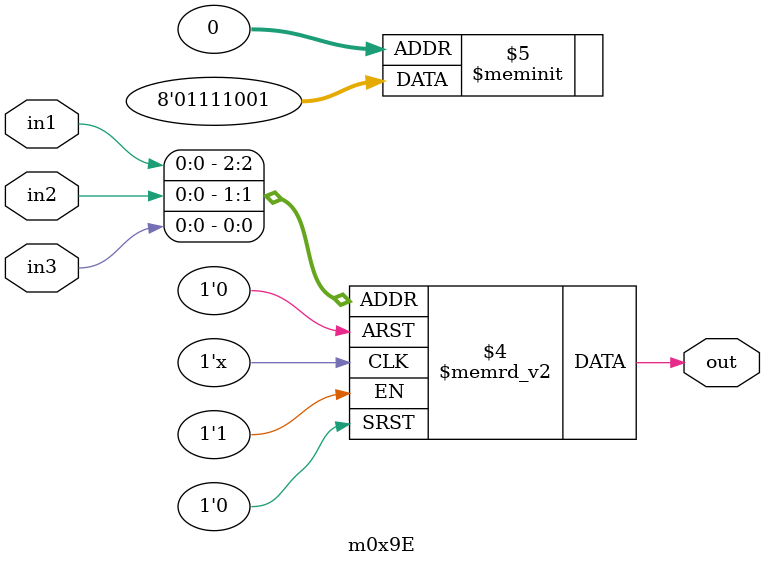
<source format=v>
module m0x9E(output out, input in1, in2, in3);

   always @(in1, in2, in3)
     begin
        case({in1, in2, in3})
          3'b000: {out} = 1'b1;
          3'b001: {out} = 1'b0;
          3'b010: {out} = 1'b0;
          3'b011: {out} = 1'b1;
          3'b100: {out} = 1'b1;
          3'b101: {out} = 1'b1;
          3'b110: {out} = 1'b1;
          3'b111: {out} = 1'b0;
        endcase // case ({in1, in2, in3})
     end // always @ (in1, in2, in3)

endmodule // m0x9E
</source>
